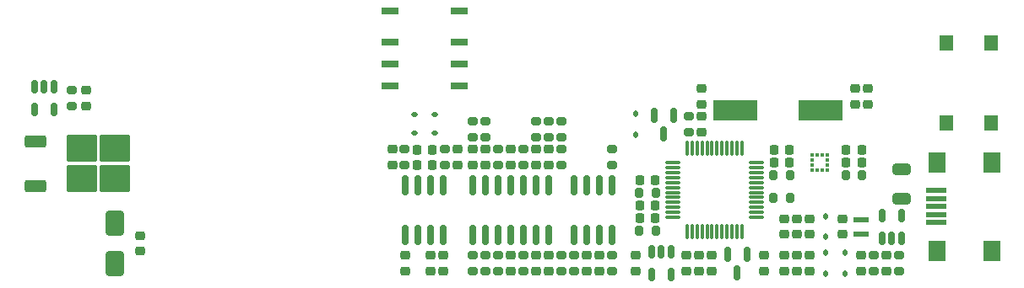
<source format=gbr>
%TF.GenerationSoftware,KiCad,Pcbnew,7.0.10+1*%
%TF.CreationDate,2024-03-16T10:02:44+01:00*%
%TF.ProjectId,PCB,5043422e-6b69-4636-9164-5f7063625858,rev?*%
%TF.SameCoordinates,Original*%
%TF.FileFunction,Paste,Top*%
%TF.FilePolarity,Positive*%
%FSLAX46Y46*%
G04 Gerber Fmt 4.6, Leading zero omitted, Abs format (unit mm)*
G04 Created by KiCad (PCBNEW 7.0.10+1) date 2024-03-16 10:02:44*
%MOMM*%
%LPD*%
G01*
G04 APERTURE LIST*
G04 Aperture macros list*
%AMRoundRect*
0 Rectangle with rounded corners*
0 $1 Rounding radius*
0 $2 $3 $4 $5 $6 $7 $8 $9 X,Y pos of 4 corners*
0 Add a 4 corners polygon primitive as box body*
4,1,4,$2,$3,$4,$5,$6,$7,$8,$9,$2,$3,0*
0 Add four circle primitives for the rounded corners*
1,1,$1+$1,$2,$3*
1,1,$1+$1,$4,$5*
1,1,$1+$1,$6,$7*
1,1,$1+$1,$8,$9*
0 Add four rect primitives between the rounded corners*
20,1,$1+$1,$2,$3,$4,$5,0*
20,1,$1+$1,$4,$5,$6,$7,0*
20,1,$1+$1,$6,$7,$8,$9,0*
20,1,$1+$1,$8,$9,$2,$3,0*%
G04 Aperture macros list end*
%ADD10RoundRect,0.225000X-0.250000X0.225000X-0.250000X-0.225000X0.250000X-0.225000X0.250000X0.225000X0*%
%ADD11RoundRect,0.225000X0.250000X-0.225000X0.250000X0.225000X-0.250000X0.225000X-0.250000X-0.225000X0*%
%ADD12RoundRect,0.150000X0.150000X-0.825000X0.150000X0.825000X-0.150000X0.825000X-0.150000X-0.825000X0*%
%ADD13RoundRect,0.200000X0.275000X-0.200000X0.275000X0.200000X-0.275000X0.200000X-0.275000X-0.200000X0*%
%ADD14RoundRect,0.200000X-0.200000X-0.275000X0.200000X-0.275000X0.200000X0.275000X-0.200000X0.275000X0*%
%ADD15RoundRect,0.112500X0.112500X-0.187500X0.112500X0.187500X-0.112500X0.187500X-0.112500X-0.187500X0*%
%ADD16RoundRect,0.200000X-0.275000X0.200000X-0.275000X-0.200000X0.275000X-0.200000X0.275000X0.200000X0*%
%ADD17RoundRect,0.150000X-0.150000X0.587500X-0.150000X-0.587500X0.150000X-0.587500X0.150000X0.587500X0*%
%ADD18RoundRect,0.218750X-0.256250X0.218750X-0.256250X-0.218750X0.256250X-0.218750X0.256250X0.218750X0*%
%ADD19RoundRect,0.225000X-0.225000X-0.250000X0.225000X-0.250000X0.225000X0.250000X-0.225000X0.250000X0*%
%ADD20RoundRect,0.112500X0.187500X0.112500X-0.187500X0.112500X-0.187500X-0.112500X0.187500X-0.112500X0*%
%ADD21RoundRect,0.250000X-0.850000X-0.350000X0.850000X-0.350000X0.850000X0.350000X-0.850000X0.350000X0*%
%ADD22RoundRect,0.250000X-1.275000X-1.125000X1.275000X-1.125000X1.275000X1.125000X-1.275000X1.125000X0*%
%ADD23R,1.600000X0.550000*%
%ADD24RoundRect,0.150000X0.150000X-0.512500X0.150000X0.512500X-0.150000X0.512500X-0.150000X-0.512500X0*%
%ADD25RoundRect,0.218750X0.256250X-0.218750X0.256250X0.218750X-0.256250X0.218750X-0.256250X-0.218750X0*%
%ADD26RoundRect,0.200000X0.200000X0.275000X-0.200000X0.275000X-0.200000X-0.275000X0.200000X-0.275000X0*%
%ADD27RoundRect,0.250000X0.650000X-0.325000X0.650000X0.325000X-0.650000X0.325000X-0.650000X-0.325000X0*%
%ADD28R,2.000000X0.500000*%
%ADD29R,1.700000X2.000000*%
%ADD30R,0.350000X0.375000*%
%ADD31R,0.375000X0.350000*%
%ADD32R,4.500000X2.000000*%
%ADD33R,1.400000X1.600000*%
%ADD34RoundRect,0.225000X0.225000X0.250000X-0.225000X0.250000X-0.225000X-0.250000X0.225000X-0.250000X0*%
%ADD35RoundRect,0.150000X-0.150000X0.512500X-0.150000X-0.512500X0.150000X-0.512500X0.150000X0.512500X0*%
%ADD36RoundRect,0.112500X-0.187500X-0.112500X0.187500X-0.112500X0.187500X0.112500X-0.187500X0.112500X0*%
%ADD37RoundRect,0.075000X-0.075000X0.662500X-0.075000X-0.662500X0.075000X-0.662500X0.075000X0.662500X0*%
%ADD38RoundRect,0.075000X-0.662500X0.075000X-0.662500X-0.075000X0.662500X-0.075000X0.662500X0.075000X0*%
%ADD39RoundRect,0.250000X0.650000X-1.000000X0.650000X1.000000X-0.650000X1.000000X-0.650000X-1.000000X0*%
%ADD40RoundRect,0.150000X-0.150000X0.825000X-0.150000X-0.825000X0.150000X-0.825000X0.150000X0.825000X0*%
%ADD41RoundRect,0.112500X-0.112500X0.187500X-0.112500X-0.187500X0.112500X-0.187500X0.112500X0.187500X0*%
%ADD42R,1.800000X0.800000*%
G04 APERTURE END LIST*
D10*
%TO.C,C12*%
X125893000Y-140167000D03*
X125893000Y-141717000D03*
%TD*%
%TO.C,C13*%
X127798000Y-143850000D03*
X127798000Y-145400000D03*
%TD*%
D11*
%TO.C,C14*%
X130338000Y-145400000D03*
X130338000Y-143850000D03*
%TD*%
D10*
%TO.C,C17*%
X85888000Y-143850000D03*
X85888000Y-145400000D03*
%TD*%
D12*
%TO.C,U5*%
X88809000Y-141766000D03*
X90079000Y-141766000D03*
X91349000Y-141766000D03*
X92619000Y-141766000D03*
X93889000Y-141766000D03*
X95159000Y-141766000D03*
X96429000Y-141766000D03*
X96429000Y-136816000D03*
X95159000Y-136816000D03*
X93889000Y-136816000D03*
X92619000Y-136816000D03*
X91349000Y-136816000D03*
X90079000Y-136816000D03*
X88809000Y-136816000D03*
%TD*%
D13*
%TO.C,R23*%
X97699000Y-145450000D03*
X97699000Y-143800000D03*
%TD*%
D14*
%TO.C,R28*%
X105510000Y-141323000D03*
X107160000Y-141323000D03*
%TD*%
D15*
%TO.C,D3*%
X126147000Y-145675000D03*
X126147000Y-143575000D03*
%TD*%
%TO.C,D5*%
X124242000Y-141992000D03*
X124242000Y-139892000D03*
%TD*%
D10*
%TO.C,C36*%
X100239000Y-143850000D03*
X100239000Y-145400000D03*
%TD*%
D16*
%TO.C,R7*%
X131608000Y-143800000D03*
X131608000Y-145450000D03*
%TD*%
D17*
%TO.C,Q2*%
X108936000Y-129717500D03*
X107036000Y-129717500D03*
X107986000Y-131592500D03*
%TD*%
D18*
%TO.C,FB3*%
X121321000Y-140154500D03*
X121321000Y-141729500D03*
%TD*%
D10*
%TO.C,C29*%
X95159000Y-133182000D03*
X95159000Y-134732000D03*
%TD*%
D14*
%TO.C,R27*%
X105510000Y-137513000D03*
X107160000Y-137513000D03*
%TD*%
D19*
%TO.C,C3*%
X119022000Y-134465000D03*
X120572000Y-134465000D03*
%TD*%
D12*
%TO.C,U6*%
X98969000Y-141766000D03*
X100239000Y-141766000D03*
X101509000Y-141766000D03*
X102779000Y-141766000D03*
X102779000Y-136816000D03*
X101509000Y-136816000D03*
X100239000Y-136816000D03*
X98969000Y-136816000D03*
%TD*%
D18*
%TO.C,FB1*%
X111542000Y-143837500D03*
X111542000Y-145412500D03*
%TD*%
D20*
%TO.C,D6*%
X85033000Y-131544000D03*
X82933000Y-131544000D03*
%TD*%
D21*
%TO.C,Q1*%
X44949000Y-132342500D03*
D22*
X49574000Y-133097500D03*
X49574000Y-136147500D03*
X52924000Y-133097500D03*
X52924000Y-136147500D03*
D21*
X44949000Y-136902500D03*
%TD*%
D10*
%TO.C,C39*%
X118019000Y-143850000D03*
X118019000Y-145400000D03*
%TD*%
%TO.C,C37*%
X105192000Y-143850000D03*
X105192000Y-145400000D03*
%TD*%
D23*
%TO.C,L1*%
X127798000Y-140217000D03*
X127798000Y-141667000D03*
%TD*%
D24*
%TO.C,U4*%
X129896000Y-142079500D03*
X130846000Y-142079500D03*
X131796000Y-142079500D03*
X131796000Y-139804500D03*
X129896000Y-139804500D03*
%TD*%
D10*
%TO.C,C27*%
X88809000Y-133182000D03*
X88809000Y-134732000D03*
%TD*%
D13*
%TO.C,R25*%
X102779000Y-145450000D03*
X102779000Y-143800000D03*
%TD*%
D16*
%TO.C,R16*%
X90079000Y-130338000D03*
X90079000Y-131988000D03*
%TD*%
D15*
%TO.C,D4*%
X124242000Y-145675000D03*
X124242000Y-143575000D03*
%TD*%
D11*
%TO.C,C31*%
X95159000Y-145400000D03*
X95159000Y-143850000D03*
%TD*%
D10*
%TO.C,C24*%
X120051000Y-140167000D03*
X120051000Y-141717000D03*
%TD*%
D16*
%TO.C,R24*%
X102779000Y-133132000D03*
X102779000Y-134782000D03*
%TD*%
%TO.C,R12*%
X90079000Y-143800000D03*
X90079000Y-145450000D03*
%TD*%
D10*
%TO.C,C9*%
X127163000Y-127086000D03*
X127163000Y-128636000D03*
%TD*%
D11*
%TO.C,C10*%
X111796000Y-128636000D03*
X111796000Y-127086000D03*
%TD*%
%TO.C,C16*%
X122591000Y-141717000D03*
X122591000Y-140167000D03*
%TD*%
%TO.C,C38*%
X112812000Y-145400000D03*
X112812000Y-143850000D03*
%TD*%
D25*
%TO.C,D2*%
X50038000Y-128803500D03*
X50038000Y-127228500D03*
%TD*%
%TO.C,FB2*%
X121321000Y-145412500D03*
X121321000Y-143837500D03*
%TD*%
D26*
%TO.C,R2*%
X127861000Y-135735000D03*
X126211000Y-135735000D03*
%TD*%
D27*
%TO.C,C1*%
X131862000Y-138099000D03*
X131862000Y-135149000D03*
%TD*%
D28*
%TO.C,J1*%
X135300000Y-140510000D03*
X135300000Y-139710000D03*
X135300000Y-138910000D03*
X135300000Y-138110000D03*
X135300000Y-137310000D03*
D29*
X135400000Y-143360000D03*
X140850000Y-143360000D03*
X135400000Y-134460000D03*
X140850000Y-134460000D03*
%TD*%
D13*
%TO.C,R26*%
X98969000Y-145450000D03*
X98969000Y-143800000D03*
%TD*%
D10*
%TO.C,C23*%
X120051000Y-143850000D03*
X120051000Y-145400000D03*
%TD*%
D19*
%TO.C,C11*%
X126261000Y-134465000D03*
X127811000Y-134465000D03*
%TD*%
D10*
%TO.C,C26*%
X90079000Y-133182000D03*
X90079000Y-134732000D03*
%TD*%
D30*
%TO.C,U2*%
X122857000Y-135227500D03*
X123357000Y-135227500D03*
X123857000Y-135227500D03*
X124357000Y-135227500D03*
D31*
X124369500Y-134715000D03*
X124369500Y-134215000D03*
D30*
X124357000Y-133702500D03*
X123857000Y-133702500D03*
X123357000Y-133702500D03*
X122857000Y-133702500D03*
D31*
X122844500Y-134215000D03*
X122844500Y-134715000D03*
%TD*%
D16*
%TO.C,R6*%
X48641000Y-127191000D03*
X48641000Y-128841000D03*
%TD*%
%TO.C,R22*%
X93889000Y-143800000D03*
X93889000Y-145450000D03*
%TD*%
D32*
%TO.C,Y1*%
X115166000Y-129258000D03*
X123666000Y-129258000D03*
%TD*%
D33*
%TO.C,SW1*%
X140807000Y-122492000D03*
X140807000Y-130492000D03*
X136307000Y-122492000D03*
X136307000Y-130492000D03*
%TD*%
D34*
%TO.C,C7*%
X107110000Y-140053000D03*
X105560000Y-140053000D03*
%TD*%
D13*
%TO.C,R15*%
X91349000Y-134782000D03*
X91349000Y-133132000D03*
%TD*%
D11*
%TO.C,C15*%
X122591000Y-145400000D03*
X122591000Y-143850000D03*
%TD*%
%TO.C,C4*%
X111796000Y-131430000D03*
X111796000Y-129880000D03*
%TD*%
D34*
%TO.C,C6*%
X107110000Y-136243000D03*
X105560000Y-136243000D03*
%TD*%
D10*
%TO.C,C34*%
X101509000Y-143850000D03*
X101509000Y-145400000D03*
%TD*%
D13*
%TO.C,R8*%
X129068000Y-145450000D03*
X129068000Y-143800000D03*
%TD*%
D16*
%TO.C,R18*%
X95159000Y-130338000D03*
X95159000Y-131988000D03*
%TD*%
D14*
%TO.C,R1*%
X118972000Y-138021000D03*
X120622000Y-138021000D03*
%TD*%
%TO.C,R3*%
X118972000Y-135735000D03*
X120622000Y-135735000D03*
%TD*%
D16*
%TO.C,R11*%
X91349000Y-143800000D03*
X91349000Y-145450000D03*
%TD*%
D13*
%TO.C,R9*%
X86015000Y-134782000D03*
X86015000Y-133132000D03*
%TD*%
D35*
%TO.C,U7*%
X46797000Y-126878500D03*
X45847000Y-126878500D03*
X44897000Y-126878500D03*
X44897000Y-129153500D03*
X46797000Y-129153500D03*
%TD*%
D19*
%TO.C,C40*%
X105560000Y-138783000D03*
X107110000Y-138783000D03*
%TD*%
D13*
%TO.C,R10*%
X81951000Y-134782000D03*
X81951000Y-133132000D03*
%TD*%
D11*
%TO.C,C35*%
X110272000Y-145400000D03*
X110272000Y-143850000D03*
%TD*%
D34*
%TO.C,C2*%
X127811000Y-133195000D03*
X126261000Y-133195000D03*
%TD*%
D11*
%TO.C,C30*%
X96429000Y-145400000D03*
X96429000Y-143850000D03*
%TD*%
D13*
%TO.C,R13*%
X88809000Y-145450000D03*
X88809000Y-143800000D03*
%TD*%
D36*
%TO.C,D7*%
X82933000Y-129639000D03*
X85033000Y-129639000D03*
%TD*%
D10*
%TO.C,C20*%
X87285000Y-133182000D03*
X87285000Y-134732000D03*
%TD*%
D16*
%TO.C,R14*%
X88809000Y-130338000D03*
X88809000Y-131988000D03*
%TD*%
%TO.C,R17*%
X96429000Y-130338000D03*
X96429000Y-131988000D03*
%TD*%
D11*
%TO.C,C41*%
X55499000Y-143396000D03*
X55499000Y-141846000D03*
%TD*%
D37*
%TO.C,U1*%
X115816000Y-133096500D03*
X115316000Y-133096500D03*
X114816000Y-133096500D03*
X114316000Y-133096500D03*
X113816000Y-133096500D03*
X113316000Y-133096500D03*
X112816000Y-133096500D03*
X112316000Y-133096500D03*
X111816000Y-133096500D03*
X111316000Y-133096500D03*
X110816000Y-133096500D03*
X110316000Y-133096500D03*
D38*
X108903500Y-134509000D03*
X108903500Y-135009000D03*
X108903500Y-135509000D03*
X108903500Y-136009000D03*
X108903500Y-136509000D03*
X108903500Y-137009000D03*
X108903500Y-137509000D03*
X108903500Y-138009000D03*
X108903500Y-138509000D03*
X108903500Y-139009000D03*
X108903500Y-139509000D03*
X108903500Y-140009000D03*
D37*
X110316000Y-141421500D03*
X110816000Y-141421500D03*
X111316000Y-141421500D03*
X111816000Y-141421500D03*
X112316000Y-141421500D03*
X112816000Y-141421500D03*
X113316000Y-141421500D03*
X113816000Y-141421500D03*
X114316000Y-141421500D03*
X114816000Y-141421500D03*
X115316000Y-141421500D03*
X115816000Y-141421500D03*
D38*
X117228500Y-140009000D03*
X117228500Y-139509000D03*
X117228500Y-139009000D03*
X117228500Y-138509000D03*
X117228500Y-138009000D03*
X117228500Y-137509000D03*
X117228500Y-137009000D03*
X117228500Y-136509000D03*
X117228500Y-136009000D03*
X117228500Y-135509000D03*
X117228500Y-135009000D03*
X117228500Y-134509000D03*
%TD*%
D39*
%TO.C,D1*%
X52959000Y-144621000D03*
X52959000Y-140621000D03*
%TD*%
D16*
%TO.C,R21*%
X97699000Y-130338000D03*
X97699000Y-131988000D03*
%TD*%
D10*
%TO.C,C18*%
X82078000Y-143850000D03*
X82078000Y-145400000D03*
%TD*%
D34*
%TO.C,C19*%
X84758000Y-133195000D03*
X83208000Y-133195000D03*
%TD*%
%TO.C,C22*%
X84758000Y-134719000D03*
X83208000Y-134719000D03*
%TD*%
D13*
%TO.C,R19*%
X93889000Y-134782000D03*
X93889000Y-133132000D03*
%TD*%
D40*
%TO.C,U3*%
X85888000Y-136816000D03*
X84618000Y-136816000D03*
X83348000Y-136816000D03*
X82078000Y-136816000D03*
X82078000Y-141766000D03*
X83348000Y-141766000D03*
X84618000Y-141766000D03*
X85888000Y-141766000D03*
%TD*%
D10*
%TO.C,C33*%
X92619000Y-143850000D03*
X92619000Y-145400000D03*
%TD*%
D13*
%TO.C,R20*%
X97699000Y-134782000D03*
X97699000Y-133132000D03*
%TD*%
D11*
%TO.C,C21*%
X80808000Y-134732000D03*
X80808000Y-133182000D03*
%TD*%
D41*
%TO.C,D8*%
X105192000Y-129605000D03*
X105192000Y-131705000D03*
%TD*%
D17*
%TO.C,U9*%
X116302000Y-143687500D03*
X114402000Y-143687500D03*
X115352000Y-145562500D03*
%TD*%
D11*
%TO.C,C8*%
X128433000Y-128636000D03*
X128433000Y-127086000D03*
%TD*%
D19*
%TO.C,C5*%
X119022000Y-133195000D03*
X120572000Y-133195000D03*
%TD*%
D11*
%TO.C,C32*%
X92619000Y-134732000D03*
X92619000Y-133182000D03*
%TD*%
D10*
%TO.C,C28*%
X96429000Y-133182000D03*
X96429000Y-134732000D03*
%TD*%
%TO.C,C25*%
X84618000Y-143850000D03*
X84618000Y-145400000D03*
%TD*%
D42*
%TO.C,K1*%
X80483000Y-119235000D03*
X80483000Y-122435000D03*
X80483000Y-124635000D03*
X80483000Y-126835000D03*
X87483000Y-126835000D03*
X87483000Y-124635000D03*
X87483000Y-122435000D03*
X87483000Y-119235000D03*
%TD*%
D35*
%TO.C,U8*%
X108682000Y-143487500D03*
X107732000Y-143487500D03*
X106782000Y-143487500D03*
X106782000Y-145762500D03*
X108682000Y-145762500D03*
%TD*%
D13*
%TO.C,R4*%
X110526000Y-131480000D03*
X110526000Y-129830000D03*
%TD*%
M02*

</source>
